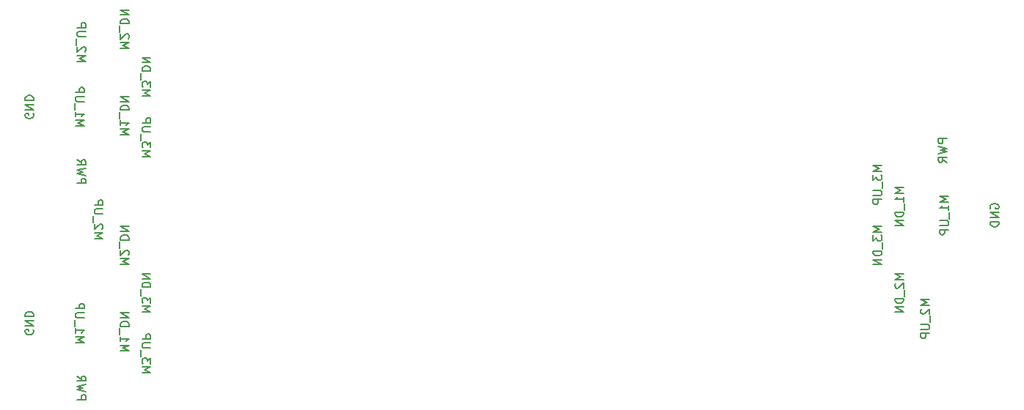
<source format=gbr>
%TF.GenerationSoftware,KiCad,Pcbnew,(6.0.10)*%
%TF.CreationDate,2023-01-23T18:05:53+00:00*%
%TF.ProjectId,bedberry_splitter,62656462-6572-4727-995f-73706c697474,rev?*%
%TF.SameCoordinates,Original*%
%TF.FileFunction,Legend,Bot*%
%TF.FilePolarity,Positive*%
%FSLAX46Y46*%
G04 Gerber Fmt 4.6, Leading zero omitted, Abs format (unit mm)*
G04 Created by KiCad (PCBNEW (6.0.10)) date 2023-01-23 18:05:53*
%MOMM*%
%LPD*%
G01*
G04 APERTURE LIST*
%ADD10C,0.150000*%
G04 APERTURE END LIST*
D10*
X67047619Y-105714285D02*
X68047619Y-105714285D01*
X67333333Y-105380952D01*
X68047619Y-105047619D01*
X67047619Y-105047619D01*
X68047619Y-104666666D02*
X68047619Y-104047619D01*
X67666666Y-104380952D01*
X67666666Y-104238095D01*
X67619047Y-104142857D01*
X67571428Y-104095238D01*
X67476190Y-104047619D01*
X67238095Y-104047619D01*
X67142857Y-104095238D01*
X67095238Y-104142857D01*
X67047619Y-104238095D01*
X67047619Y-104523809D01*
X67095238Y-104619047D01*
X67142857Y-104666666D01*
X66952380Y-103857142D02*
X66952380Y-103095238D01*
X68047619Y-102857142D02*
X67238095Y-102857142D01*
X67142857Y-102809523D01*
X67095238Y-102761904D01*
X67047619Y-102666666D01*
X67047619Y-102476190D01*
X67095238Y-102380952D01*
X67142857Y-102333333D01*
X67238095Y-102285714D01*
X68047619Y-102285714D01*
X67047619Y-101809523D02*
X68047619Y-101809523D01*
X68047619Y-101428571D01*
X68000000Y-101333333D01*
X67952380Y-101285714D01*
X67857142Y-101238095D01*
X67714285Y-101238095D01*
X67619047Y-101285714D01*
X67571428Y-101333333D01*
X67523809Y-101428571D01*
X67523809Y-101809523D01*
X67047619Y-80714285D02*
X68047619Y-80714285D01*
X67333333Y-80380952D01*
X68047619Y-80047619D01*
X67047619Y-80047619D01*
X68047619Y-79666666D02*
X68047619Y-79047619D01*
X67666666Y-79380952D01*
X67666666Y-79238095D01*
X67619047Y-79142857D01*
X67571428Y-79095238D01*
X67476190Y-79047619D01*
X67238095Y-79047619D01*
X67142857Y-79095238D01*
X67095238Y-79142857D01*
X67047619Y-79238095D01*
X67047619Y-79523809D01*
X67095238Y-79619047D01*
X67142857Y-79666666D01*
X66952380Y-78857142D02*
X66952380Y-78095238D01*
X68047619Y-77857142D02*
X67238095Y-77857142D01*
X67142857Y-77809523D01*
X67095238Y-77761904D01*
X67047619Y-77666666D01*
X67047619Y-77476190D01*
X67095238Y-77380952D01*
X67142857Y-77333333D01*
X67238095Y-77285714D01*
X68047619Y-77285714D01*
X67047619Y-76809523D02*
X68047619Y-76809523D01*
X68047619Y-76428571D01*
X68000000Y-76333333D01*
X67952380Y-76285714D01*
X67857142Y-76238095D01*
X67714285Y-76238095D01*
X67619047Y-76285714D01*
X67571428Y-76333333D01*
X67523809Y-76428571D01*
X67523809Y-76809523D01*
X154952380Y-94285714D02*
X153952380Y-94285714D01*
X154666666Y-94619047D01*
X153952380Y-94952380D01*
X154952380Y-94952380D01*
X154047619Y-95380952D02*
X154000000Y-95428571D01*
X153952380Y-95523809D01*
X153952380Y-95761904D01*
X154000000Y-95857142D01*
X154047619Y-95904761D01*
X154142857Y-95952380D01*
X154238095Y-95952380D01*
X154380952Y-95904761D01*
X154952380Y-95333333D01*
X154952380Y-95952380D01*
X155047619Y-96142857D02*
X155047619Y-96904761D01*
X154952380Y-97142857D02*
X153952380Y-97142857D01*
X153952380Y-97380952D01*
X154000000Y-97523809D01*
X154095238Y-97619047D01*
X154190476Y-97666666D01*
X154380952Y-97714285D01*
X154523809Y-97714285D01*
X154714285Y-97666666D01*
X154809523Y-97619047D01*
X154904761Y-97523809D01*
X154952380Y-97380952D01*
X154952380Y-97142857D01*
X154952380Y-98142857D02*
X153952380Y-98142857D01*
X154952380Y-98714285D01*
X153952380Y-98714285D01*
X165000000Y-86738095D02*
X164952380Y-86642857D01*
X164952380Y-86500000D01*
X165000000Y-86357142D01*
X165095238Y-86261904D01*
X165190476Y-86214285D01*
X165380952Y-86166666D01*
X165523809Y-86166666D01*
X165714285Y-86214285D01*
X165809523Y-86261904D01*
X165904761Y-86357142D01*
X165952380Y-86500000D01*
X165952380Y-86595238D01*
X165904761Y-86738095D01*
X165857142Y-86785714D01*
X165523809Y-86785714D01*
X165523809Y-86595238D01*
X165952380Y-87214285D02*
X164952380Y-87214285D01*
X165952380Y-87785714D01*
X164952380Y-87785714D01*
X165952380Y-88261904D02*
X164952380Y-88261904D01*
X164952380Y-88500000D01*
X165000000Y-88642857D01*
X165095238Y-88738095D01*
X165190476Y-88785714D01*
X165380952Y-88833333D01*
X165523809Y-88833333D01*
X165714285Y-88785714D01*
X165809523Y-88738095D01*
X165904761Y-88642857D01*
X165952380Y-88500000D01*
X165952380Y-88261904D01*
X152452380Y-88785714D02*
X151452380Y-88785714D01*
X152166666Y-89119047D01*
X151452380Y-89452380D01*
X152452380Y-89452380D01*
X151452380Y-89833333D02*
X151452380Y-90452380D01*
X151833333Y-90119047D01*
X151833333Y-90261904D01*
X151880952Y-90357142D01*
X151928571Y-90404761D01*
X152023809Y-90452380D01*
X152261904Y-90452380D01*
X152357142Y-90404761D01*
X152404761Y-90357142D01*
X152452380Y-90261904D01*
X152452380Y-89976190D01*
X152404761Y-89880952D01*
X152357142Y-89833333D01*
X152547619Y-90642857D02*
X152547619Y-91404761D01*
X152452380Y-91642857D02*
X151452380Y-91642857D01*
X151452380Y-91880952D01*
X151500000Y-92023809D01*
X151595238Y-92119047D01*
X151690476Y-92166666D01*
X151880952Y-92214285D01*
X152023809Y-92214285D01*
X152214285Y-92166666D01*
X152309523Y-92119047D01*
X152404761Y-92023809D01*
X152452380Y-91880952D01*
X152452380Y-91642857D01*
X152452380Y-92642857D02*
X151452380Y-92642857D01*
X152452380Y-93214285D01*
X151452380Y-93214285D01*
X59352619Y-77214285D02*
X60352619Y-77214285D01*
X59638333Y-76880952D01*
X60352619Y-76547619D01*
X59352619Y-76547619D01*
X59352619Y-75547619D02*
X59352619Y-76119047D01*
X59352619Y-75833333D02*
X60352619Y-75833333D01*
X60209761Y-75928571D01*
X60114523Y-76023809D01*
X60066904Y-76119047D01*
X59257380Y-75357142D02*
X59257380Y-74595238D01*
X60352619Y-74357142D02*
X59543095Y-74357142D01*
X59447857Y-74309523D01*
X59400238Y-74261904D01*
X59352619Y-74166666D01*
X59352619Y-73976190D01*
X59400238Y-73880952D01*
X59447857Y-73833333D01*
X59543095Y-73785714D01*
X60352619Y-73785714D01*
X59352619Y-73309523D02*
X60352619Y-73309523D01*
X60352619Y-72928571D01*
X60305000Y-72833333D01*
X60257380Y-72785714D01*
X60162142Y-72738095D01*
X60019285Y-72738095D01*
X59924047Y-72785714D01*
X59876428Y-72833333D01*
X59828809Y-72928571D01*
X59828809Y-73309523D01*
X59352619Y-102214285D02*
X60352619Y-102214285D01*
X59638333Y-101880952D01*
X60352619Y-101547619D01*
X59352619Y-101547619D01*
X59352619Y-100547619D02*
X59352619Y-101119047D01*
X59352619Y-100833333D02*
X60352619Y-100833333D01*
X60209761Y-100928571D01*
X60114523Y-101023809D01*
X60066904Y-101119047D01*
X59257380Y-100357142D02*
X59257380Y-99595238D01*
X60352619Y-99357142D02*
X59543095Y-99357142D01*
X59447857Y-99309523D01*
X59400238Y-99261904D01*
X59352619Y-99166666D01*
X59352619Y-98976190D01*
X59400238Y-98880952D01*
X59447857Y-98833333D01*
X59543095Y-98785714D01*
X60352619Y-98785714D01*
X59352619Y-98309523D02*
X60352619Y-98309523D01*
X60352619Y-97928571D01*
X60305000Y-97833333D01*
X60257380Y-97785714D01*
X60162142Y-97738095D01*
X60019285Y-97738095D01*
X59924047Y-97785714D01*
X59876428Y-97833333D01*
X59828809Y-97928571D01*
X59828809Y-98309523D01*
X61547619Y-90214285D02*
X62547619Y-90214285D01*
X61833333Y-89880952D01*
X62547619Y-89547619D01*
X61547619Y-89547619D01*
X62452380Y-89119047D02*
X62500000Y-89071428D01*
X62547619Y-88976190D01*
X62547619Y-88738095D01*
X62500000Y-88642857D01*
X62452380Y-88595238D01*
X62357142Y-88547619D01*
X62261904Y-88547619D01*
X62119047Y-88595238D01*
X61547619Y-89166666D01*
X61547619Y-88547619D01*
X61452380Y-88357142D02*
X61452380Y-87595238D01*
X62547619Y-87357142D02*
X61738095Y-87357142D01*
X61642857Y-87309523D01*
X61595238Y-87261904D01*
X61547619Y-87166666D01*
X61547619Y-86976190D01*
X61595238Y-86880952D01*
X61642857Y-86833333D01*
X61738095Y-86785714D01*
X62547619Y-86785714D01*
X61547619Y-86309523D02*
X62547619Y-86309523D01*
X62547619Y-85928571D01*
X62500000Y-85833333D01*
X62452380Y-85785714D01*
X62357142Y-85738095D01*
X62214285Y-85738095D01*
X62119047Y-85785714D01*
X62071428Y-85833333D01*
X62023809Y-85928571D01*
X62023809Y-86309523D01*
X59547619Y-83833333D02*
X60547619Y-83833333D01*
X60547619Y-83452380D01*
X60500000Y-83357142D01*
X60452380Y-83309523D01*
X60357142Y-83261904D01*
X60214285Y-83261904D01*
X60119047Y-83309523D01*
X60071428Y-83357142D01*
X60023809Y-83452380D01*
X60023809Y-83833333D01*
X60547619Y-82928571D02*
X59547619Y-82690476D01*
X60261904Y-82500000D01*
X59547619Y-82309523D01*
X60547619Y-82071428D01*
X59547619Y-81119047D02*
X60023809Y-81452380D01*
X59547619Y-81690476D02*
X60547619Y-81690476D01*
X60547619Y-81309523D01*
X60500000Y-81214285D01*
X60452380Y-81166666D01*
X60357142Y-81119047D01*
X60214285Y-81119047D01*
X60119047Y-81166666D01*
X60071428Y-81214285D01*
X60023809Y-81309523D01*
X60023809Y-81690476D01*
X54500000Y-100761904D02*
X54547619Y-100857142D01*
X54547619Y-101000000D01*
X54500000Y-101142857D01*
X54404761Y-101238095D01*
X54309523Y-101285714D01*
X54119047Y-101333333D01*
X53976190Y-101333333D01*
X53785714Y-101285714D01*
X53690476Y-101238095D01*
X53595238Y-101142857D01*
X53547619Y-101000000D01*
X53547619Y-100904761D01*
X53595238Y-100761904D01*
X53642857Y-100714285D01*
X53976190Y-100714285D01*
X53976190Y-100904761D01*
X53547619Y-100285714D02*
X54547619Y-100285714D01*
X53547619Y-99714285D01*
X54547619Y-99714285D01*
X53547619Y-99238095D02*
X54547619Y-99238095D01*
X54547619Y-99000000D01*
X54500000Y-98857142D01*
X54404761Y-98761904D01*
X54309523Y-98714285D01*
X54119047Y-98666666D01*
X53976190Y-98666666D01*
X53785714Y-98714285D01*
X53690476Y-98761904D01*
X53595238Y-98857142D01*
X53547619Y-99000000D01*
X53547619Y-99238095D01*
X54500000Y-75761904D02*
X54547619Y-75857142D01*
X54547619Y-76000000D01*
X54500000Y-76142857D01*
X54404761Y-76238095D01*
X54309523Y-76285714D01*
X54119047Y-76333333D01*
X53976190Y-76333333D01*
X53785714Y-76285714D01*
X53690476Y-76238095D01*
X53595238Y-76142857D01*
X53547619Y-76000000D01*
X53547619Y-75904761D01*
X53595238Y-75761904D01*
X53642857Y-75714285D01*
X53976190Y-75714285D01*
X53976190Y-75904761D01*
X53547619Y-75285714D02*
X54547619Y-75285714D01*
X53547619Y-74714285D01*
X54547619Y-74714285D01*
X53547619Y-74238095D02*
X54547619Y-74238095D01*
X54547619Y-74000000D01*
X54500000Y-73857142D01*
X54404761Y-73761904D01*
X54309523Y-73714285D01*
X54119047Y-73666666D01*
X53976190Y-73666666D01*
X53785714Y-73714285D01*
X53690476Y-73761904D01*
X53595238Y-73857142D01*
X53547619Y-74000000D01*
X53547619Y-74238095D01*
X159952380Y-78666666D02*
X158952380Y-78666666D01*
X158952380Y-79047619D01*
X159000000Y-79142857D01*
X159047619Y-79190476D01*
X159142857Y-79238095D01*
X159285714Y-79238095D01*
X159380952Y-79190476D01*
X159428571Y-79142857D01*
X159476190Y-79047619D01*
X159476190Y-78666666D01*
X158952380Y-79571428D02*
X159952380Y-79809523D01*
X159238095Y-80000000D01*
X159952380Y-80190476D01*
X158952380Y-80428571D01*
X159952380Y-81380952D02*
X159476190Y-81047619D01*
X159952380Y-80809523D02*
X158952380Y-80809523D01*
X158952380Y-81190476D01*
X159000000Y-81285714D01*
X159047619Y-81333333D01*
X159142857Y-81380952D01*
X159285714Y-81380952D01*
X159380952Y-81333333D01*
X159428571Y-81285714D01*
X159476190Y-81190476D01*
X159476190Y-80809523D01*
X160147380Y-85285714D02*
X159147380Y-85285714D01*
X159861666Y-85619047D01*
X159147380Y-85952380D01*
X160147380Y-85952380D01*
X160147380Y-86952380D02*
X160147380Y-86380952D01*
X160147380Y-86666666D02*
X159147380Y-86666666D01*
X159290238Y-86571428D01*
X159385476Y-86476190D01*
X159433095Y-86380952D01*
X160242619Y-87142857D02*
X160242619Y-87904761D01*
X159147380Y-88142857D02*
X159956904Y-88142857D01*
X160052142Y-88190476D01*
X160099761Y-88238095D01*
X160147380Y-88333333D01*
X160147380Y-88523809D01*
X160099761Y-88619047D01*
X160052142Y-88666666D01*
X159956904Y-88714285D01*
X159147380Y-88714285D01*
X160147380Y-89190476D02*
X159147380Y-89190476D01*
X159147380Y-89571428D01*
X159195000Y-89666666D01*
X159242619Y-89714285D01*
X159337857Y-89761904D01*
X159480714Y-89761904D01*
X159575952Y-89714285D01*
X159623571Y-89666666D01*
X159671190Y-89571428D01*
X159671190Y-89190476D01*
X59547619Y-108833333D02*
X60547619Y-108833333D01*
X60547619Y-108452380D01*
X60500000Y-108357142D01*
X60452380Y-108309523D01*
X60357142Y-108261904D01*
X60214285Y-108261904D01*
X60119047Y-108309523D01*
X60071428Y-108357142D01*
X60023809Y-108452380D01*
X60023809Y-108833333D01*
X60547619Y-107928571D02*
X59547619Y-107690476D01*
X60261904Y-107500000D01*
X59547619Y-107309523D01*
X60547619Y-107071428D01*
X59547619Y-106119047D02*
X60023809Y-106452380D01*
X59547619Y-106690476D02*
X60547619Y-106690476D01*
X60547619Y-106309523D01*
X60500000Y-106214285D01*
X60452380Y-106166666D01*
X60357142Y-106119047D01*
X60214285Y-106119047D01*
X60119047Y-106166666D01*
X60071428Y-106214285D01*
X60023809Y-106309523D01*
X60023809Y-106690476D01*
X154952380Y-84285714D02*
X153952380Y-84285714D01*
X154666666Y-84619047D01*
X153952380Y-84952380D01*
X154952380Y-84952380D01*
X154952380Y-85952380D02*
X154952380Y-85380952D01*
X154952380Y-85666666D02*
X153952380Y-85666666D01*
X154095238Y-85571428D01*
X154190476Y-85476190D01*
X154238095Y-85380952D01*
X155047619Y-86142857D02*
X155047619Y-86904761D01*
X154952380Y-87142857D02*
X153952380Y-87142857D01*
X153952380Y-87380952D01*
X154000000Y-87523809D01*
X154095238Y-87619047D01*
X154190476Y-87666666D01*
X154380952Y-87714285D01*
X154523809Y-87714285D01*
X154714285Y-87666666D01*
X154809523Y-87619047D01*
X154904761Y-87523809D01*
X154952380Y-87380952D01*
X154952380Y-87142857D01*
X154952380Y-88142857D02*
X153952380Y-88142857D01*
X154952380Y-88714285D01*
X153952380Y-88714285D01*
X157952380Y-97285714D02*
X156952380Y-97285714D01*
X157666666Y-97619047D01*
X156952380Y-97952380D01*
X157952380Y-97952380D01*
X157047619Y-98380952D02*
X157000000Y-98428571D01*
X156952380Y-98523809D01*
X156952380Y-98761904D01*
X157000000Y-98857142D01*
X157047619Y-98904761D01*
X157142857Y-98952380D01*
X157238095Y-98952380D01*
X157380952Y-98904761D01*
X157952380Y-98333333D01*
X157952380Y-98952380D01*
X158047619Y-99142857D02*
X158047619Y-99904761D01*
X156952380Y-100142857D02*
X157761904Y-100142857D01*
X157857142Y-100190476D01*
X157904761Y-100238095D01*
X157952380Y-100333333D01*
X157952380Y-100523809D01*
X157904761Y-100619047D01*
X157857142Y-100666666D01*
X157761904Y-100714285D01*
X156952380Y-100714285D01*
X157952380Y-101190476D02*
X156952380Y-101190476D01*
X156952380Y-101571428D01*
X157000000Y-101666666D01*
X157047619Y-101714285D01*
X157142857Y-101761904D01*
X157285714Y-101761904D01*
X157380952Y-101714285D01*
X157428571Y-101666666D01*
X157476190Y-101571428D01*
X157476190Y-101190476D01*
X67047619Y-98714285D02*
X68047619Y-98714285D01*
X67333333Y-98380952D01*
X68047619Y-98047619D01*
X67047619Y-98047619D01*
X68047619Y-97666666D02*
X68047619Y-97047619D01*
X67666666Y-97380952D01*
X67666666Y-97238095D01*
X67619047Y-97142857D01*
X67571428Y-97095238D01*
X67476190Y-97047619D01*
X67238095Y-97047619D01*
X67142857Y-97095238D01*
X67095238Y-97142857D01*
X67047619Y-97238095D01*
X67047619Y-97523809D01*
X67095238Y-97619047D01*
X67142857Y-97666666D01*
X66952380Y-96857142D02*
X66952380Y-96095238D01*
X67047619Y-95857142D02*
X68047619Y-95857142D01*
X68047619Y-95619047D01*
X68000000Y-95476190D01*
X67904761Y-95380952D01*
X67809523Y-95333333D01*
X67619047Y-95285714D01*
X67476190Y-95285714D01*
X67285714Y-95333333D01*
X67190476Y-95380952D01*
X67095238Y-95476190D01*
X67047619Y-95619047D01*
X67047619Y-95857142D01*
X67047619Y-94857142D02*
X68047619Y-94857142D01*
X67047619Y-94285714D01*
X68047619Y-94285714D01*
X152452380Y-81785714D02*
X151452380Y-81785714D01*
X152166666Y-82119047D01*
X151452380Y-82452380D01*
X152452380Y-82452380D01*
X151452380Y-82833333D02*
X151452380Y-83452380D01*
X151833333Y-83119047D01*
X151833333Y-83261904D01*
X151880952Y-83357142D01*
X151928571Y-83404761D01*
X152023809Y-83452380D01*
X152261904Y-83452380D01*
X152357142Y-83404761D01*
X152404761Y-83357142D01*
X152452380Y-83261904D01*
X152452380Y-82976190D01*
X152404761Y-82880952D01*
X152357142Y-82833333D01*
X152547619Y-83642857D02*
X152547619Y-84404761D01*
X151452380Y-84642857D02*
X152261904Y-84642857D01*
X152357142Y-84690476D01*
X152404761Y-84738095D01*
X152452380Y-84833333D01*
X152452380Y-85023809D01*
X152404761Y-85119047D01*
X152357142Y-85166666D01*
X152261904Y-85214285D01*
X151452380Y-85214285D01*
X152452380Y-85690476D02*
X151452380Y-85690476D01*
X151452380Y-86071428D01*
X151500000Y-86166666D01*
X151547619Y-86214285D01*
X151642857Y-86261904D01*
X151785714Y-86261904D01*
X151880952Y-86214285D01*
X151928571Y-86166666D01*
X151976190Y-86071428D01*
X151976190Y-85690476D01*
X59547619Y-69714285D02*
X60547619Y-69714285D01*
X59833333Y-69380952D01*
X60547619Y-69047619D01*
X59547619Y-69047619D01*
X60452380Y-68619047D02*
X60500000Y-68571428D01*
X60547619Y-68476190D01*
X60547619Y-68238095D01*
X60500000Y-68142857D01*
X60452380Y-68095238D01*
X60357142Y-68047619D01*
X60261904Y-68047619D01*
X60119047Y-68095238D01*
X59547619Y-68666666D01*
X59547619Y-68047619D01*
X59452380Y-67857142D02*
X59452380Y-67095238D01*
X60547619Y-66857142D02*
X59738095Y-66857142D01*
X59642857Y-66809523D01*
X59595238Y-66761904D01*
X59547619Y-66666666D01*
X59547619Y-66476190D01*
X59595238Y-66380952D01*
X59642857Y-66333333D01*
X59738095Y-66285714D01*
X60547619Y-66285714D01*
X59547619Y-65809523D02*
X60547619Y-65809523D01*
X60547619Y-65428571D01*
X60500000Y-65333333D01*
X60452380Y-65285714D01*
X60357142Y-65238095D01*
X60214285Y-65238095D01*
X60119047Y-65285714D01*
X60071428Y-65333333D01*
X60023809Y-65428571D01*
X60023809Y-65809523D01*
X64547619Y-103214285D02*
X65547619Y-103214285D01*
X64833333Y-102880952D01*
X65547619Y-102547619D01*
X64547619Y-102547619D01*
X64547619Y-101547619D02*
X64547619Y-102119047D01*
X64547619Y-101833333D02*
X65547619Y-101833333D01*
X65404761Y-101928571D01*
X65309523Y-102023809D01*
X65261904Y-102119047D01*
X64452380Y-101357142D02*
X64452380Y-100595238D01*
X64547619Y-100357142D02*
X65547619Y-100357142D01*
X65547619Y-100119047D01*
X65500000Y-99976190D01*
X65404761Y-99880952D01*
X65309523Y-99833333D01*
X65119047Y-99785714D01*
X64976190Y-99785714D01*
X64785714Y-99833333D01*
X64690476Y-99880952D01*
X64595238Y-99976190D01*
X64547619Y-100119047D01*
X64547619Y-100357142D01*
X64547619Y-99357142D02*
X65547619Y-99357142D01*
X64547619Y-98785714D01*
X65547619Y-98785714D01*
X64547619Y-68214285D02*
X65547619Y-68214285D01*
X64833333Y-67880952D01*
X65547619Y-67547619D01*
X64547619Y-67547619D01*
X65452380Y-67119047D02*
X65500000Y-67071428D01*
X65547619Y-66976190D01*
X65547619Y-66738095D01*
X65500000Y-66642857D01*
X65452380Y-66595238D01*
X65357142Y-66547619D01*
X65261904Y-66547619D01*
X65119047Y-66595238D01*
X64547619Y-67166666D01*
X64547619Y-66547619D01*
X64452380Y-66357142D02*
X64452380Y-65595238D01*
X64547619Y-65357142D02*
X65547619Y-65357142D01*
X65547619Y-65119047D01*
X65500000Y-64976190D01*
X65404761Y-64880952D01*
X65309523Y-64833333D01*
X65119047Y-64785714D01*
X64976190Y-64785714D01*
X64785714Y-64833333D01*
X64690476Y-64880952D01*
X64595238Y-64976190D01*
X64547619Y-65119047D01*
X64547619Y-65357142D01*
X64547619Y-64357142D02*
X65547619Y-64357142D01*
X64547619Y-63785714D01*
X65547619Y-63785714D01*
X67047619Y-73714285D02*
X68047619Y-73714285D01*
X67333333Y-73380952D01*
X68047619Y-73047619D01*
X67047619Y-73047619D01*
X68047619Y-72666666D02*
X68047619Y-72047619D01*
X67666666Y-72380952D01*
X67666666Y-72238095D01*
X67619047Y-72142857D01*
X67571428Y-72095238D01*
X67476190Y-72047619D01*
X67238095Y-72047619D01*
X67142857Y-72095238D01*
X67095238Y-72142857D01*
X67047619Y-72238095D01*
X67047619Y-72523809D01*
X67095238Y-72619047D01*
X67142857Y-72666666D01*
X66952380Y-71857142D02*
X66952380Y-71095238D01*
X67047619Y-70857142D02*
X68047619Y-70857142D01*
X68047619Y-70619047D01*
X68000000Y-70476190D01*
X67904761Y-70380952D01*
X67809523Y-70333333D01*
X67619047Y-70285714D01*
X67476190Y-70285714D01*
X67285714Y-70333333D01*
X67190476Y-70380952D01*
X67095238Y-70476190D01*
X67047619Y-70619047D01*
X67047619Y-70857142D01*
X67047619Y-69857142D02*
X68047619Y-69857142D01*
X67047619Y-69285714D01*
X68047619Y-69285714D01*
X64547619Y-78214285D02*
X65547619Y-78214285D01*
X64833333Y-77880952D01*
X65547619Y-77547619D01*
X64547619Y-77547619D01*
X64547619Y-76547619D02*
X64547619Y-77119047D01*
X64547619Y-76833333D02*
X65547619Y-76833333D01*
X65404761Y-76928571D01*
X65309523Y-77023809D01*
X65261904Y-77119047D01*
X64452380Y-76357142D02*
X64452380Y-75595238D01*
X64547619Y-75357142D02*
X65547619Y-75357142D01*
X65547619Y-75119047D01*
X65500000Y-74976190D01*
X65404761Y-74880952D01*
X65309523Y-74833333D01*
X65119047Y-74785714D01*
X64976190Y-74785714D01*
X64785714Y-74833333D01*
X64690476Y-74880952D01*
X64595238Y-74976190D01*
X64547619Y-75119047D01*
X64547619Y-75357142D01*
X64547619Y-74357142D02*
X65547619Y-74357142D01*
X64547619Y-73785714D01*
X65547619Y-73785714D01*
X64547619Y-93214285D02*
X65547619Y-93214285D01*
X64833333Y-92880952D01*
X65547619Y-92547619D01*
X64547619Y-92547619D01*
X65452380Y-92119047D02*
X65500000Y-92071428D01*
X65547619Y-91976190D01*
X65547619Y-91738095D01*
X65500000Y-91642857D01*
X65452380Y-91595238D01*
X65357142Y-91547619D01*
X65261904Y-91547619D01*
X65119047Y-91595238D01*
X64547619Y-92166666D01*
X64547619Y-91547619D01*
X64452380Y-91357142D02*
X64452380Y-90595238D01*
X64547619Y-90357142D02*
X65547619Y-90357142D01*
X65547619Y-90119047D01*
X65500000Y-89976190D01*
X65404761Y-89880952D01*
X65309523Y-89833333D01*
X65119047Y-89785714D01*
X64976190Y-89785714D01*
X64785714Y-89833333D01*
X64690476Y-89880952D01*
X64595238Y-89976190D01*
X64547619Y-90119047D01*
X64547619Y-90357142D01*
X64547619Y-89357142D02*
X65547619Y-89357142D01*
X64547619Y-88785714D01*
X65547619Y-88785714D01*
M02*

</source>
